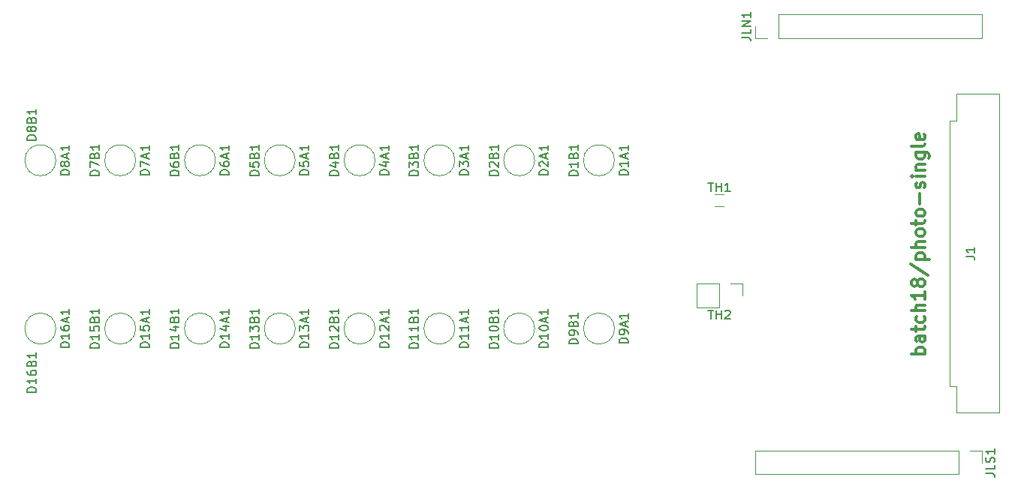
<source format=gto>
G04 #@! TF.GenerationSoftware,KiCad,Pcbnew,(6.0.5-0)*
G04 #@! TF.CreationDate,2022-08-24T15:35:38+09:00*
G04 #@! TF.ProjectId,photo-single,70686f74-6f2d-4736-996e-676c652e6b69,rev?*
G04 #@! TF.SameCoordinates,Original*
G04 #@! TF.FileFunction,Legend,Top*
G04 #@! TF.FilePolarity,Positive*
%FSLAX46Y46*%
G04 Gerber Fmt 4.6, Leading zero omitted, Abs format (unit mm)*
G04 Created by KiCad (PCBNEW (6.0.5-0)) date 2022-08-24 15:35:38*
%MOMM*%
%LPD*%
G01*
G04 APERTURE LIST*
%ADD10C,0.100000*%
%ADD11C,0.300000*%
%ADD12C,0.150000*%
%ADD13C,0.120000*%
G04 APERTURE END LIST*
D10*
X163671211Y-90502066D02*
G75*
G03*
X163671211Y-90502066I-1750000J0D01*
G01*
X118671211Y-90502066D02*
G75*
G03*
X118671211Y-90502066I-1750000J0D01*
G01*
X136671211Y-90502066D02*
G75*
G03*
X136671211Y-90502066I-1750000J0D01*
G01*
X145671211Y-90502066D02*
G75*
G03*
X145671211Y-90502066I-1750000J0D01*
G01*
X154671211Y-90502066D02*
G75*
G03*
X154671211Y-90502066I-1750000J0D01*
G01*
X127671211Y-90502066D02*
G75*
G03*
X127671211Y-90502066I-1750000J0D01*
G01*
X100671211Y-90502066D02*
G75*
G03*
X100671211Y-90502066I-1750000J0D01*
G01*
X109671211Y-90502066D02*
G75*
G03*
X109671211Y-90502066I-1750000J0D01*
G01*
X109671211Y-109501633D02*
G75*
G03*
X109671211Y-109501633I-1750000J0D01*
G01*
X136671211Y-109501633D02*
G75*
G03*
X136671211Y-109501633I-1750000J0D01*
G01*
X118671211Y-109501633D02*
G75*
G03*
X118671211Y-109501633I-1750000J0D01*
G01*
X145671211Y-109501633D02*
G75*
G03*
X145671211Y-109501633I-1750000J0D01*
G01*
X127671211Y-109501633D02*
G75*
G03*
X127671211Y-109501633I-1750000J0D01*
G01*
X163671211Y-109501633D02*
G75*
G03*
X163671211Y-109501633I-1750000J0D01*
G01*
X154671211Y-109501633D02*
G75*
G03*
X154671211Y-109501633I-1750000J0D01*
G01*
X100671211Y-109501633D02*
G75*
G03*
X100671211Y-109501633I-1750000J0D01*
G01*
D11*
X198678571Y-112332857D02*
X197178571Y-112332857D01*
X197750000Y-112332857D02*
X197678571Y-112190000D01*
X197678571Y-111904285D01*
X197750000Y-111761428D01*
X197821428Y-111690000D01*
X197964285Y-111618571D01*
X198392857Y-111618571D01*
X198535714Y-111690000D01*
X198607142Y-111761428D01*
X198678571Y-111904285D01*
X198678571Y-112190000D01*
X198607142Y-112332857D01*
X198678571Y-110332857D02*
X197892857Y-110332857D01*
X197750000Y-110404285D01*
X197678571Y-110547142D01*
X197678571Y-110832857D01*
X197750000Y-110975714D01*
X198607142Y-110332857D02*
X198678571Y-110475714D01*
X198678571Y-110832857D01*
X198607142Y-110975714D01*
X198464285Y-111047142D01*
X198321428Y-111047142D01*
X198178571Y-110975714D01*
X198107142Y-110832857D01*
X198107142Y-110475714D01*
X198035714Y-110332857D01*
X197678571Y-109832857D02*
X197678571Y-109261428D01*
X197178571Y-109618571D02*
X198464285Y-109618571D01*
X198607142Y-109547142D01*
X198678571Y-109404285D01*
X198678571Y-109261428D01*
X198607142Y-108118571D02*
X198678571Y-108261428D01*
X198678571Y-108547142D01*
X198607142Y-108690000D01*
X198535714Y-108761428D01*
X198392857Y-108832857D01*
X197964285Y-108832857D01*
X197821428Y-108761428D01*
X197750000Y-108690000D01*
X197678571Y-108547142D01*
X197678571Y-108261428D01*
X197750000Y-108118571D01*
X198678571Y-107475714D02*
X197178571Y-107475714D01*
X198678571Y-106832857D02*
X197892857Y-106832857D01*
X197750000Y-106904285D01*
X197678571Y-107047142D01*
X197678571Y-107261428D01*
X197750000Y-107404285D01*
X197821428Y-107475714D01*
X198678571Y-105332857D02*
X198678571Y-106190000D01*
X198678571Y-105761428D02*
X197178571Y-105761428D01*
X197392857Y-105904285D01*
X197535714Y-106047142D01*
X197607142Y-106190000D01*
X197821428Y-104475714D02*
X197750000Y-104618571D01*
X197678571Y-104690000D01*
X197535714Y-104761428D01*
X197464285Y-104761428D01*
X197321428Y-104690000D01*
X197250000Y-104618571D01*
X197178571Y-104475714D01*
X197178571Y-104190000D01*
X197250000Y-104047142D01*
X197321428Y-103975714D01*
X197464285Y-103904285D01*
X197535714Y-103904285D01*
X197678571Y-103975714D01*
X197750000Y-104047142D01*
X197821428Y-104190000D01*
X197821428Y-104475714D01*
X197892857Y-104618571D01*
X197964285Y-104690000D01*
X198107142Y-104761428D01*
X198392857Y-104761428D01*
X198535714Y-104690000D01*
X198607142Y-104618571D01*
X198678571Y-104475714D01*
X198678571Y-104190000D01*
X198607142Y-104047142D01*
X198535714Y-103975714D01*
X198392857Y-103904285D01*
X198107142Y-103904285D01*
X197964285Y-103975714D01*
X197892857Y-104047142D01*
X197821428Y-104190000D01*
X197107142Y-102190000D02*
X199035714Y-103475714D01*
X197678571Y-101690000D02*
X199178571Y-101690000D01*
X197750000Y-101690000D02*
X197678571Y-101547142D01*
X197678571Y-101261428D01*
X197750000Y-101118571D01*
X197821428Y-101047142D01*
X197964285Y-100975714D01*
X198392857Y-100975714D01*
X198535714Y-101047142D01*
X198607142Y-101118571D01*
X198678571Y-101261428D01*
X198678571Y-101547142D01*
X198607142Y-101690000D01*
X198678571Y-100332857D02*
X197178571Y-100332857D01*
X198678571Y-99690000D02*
X197892857Y-99690000D01*
X197750000Y-99761428D01*
X197678571Y-99904285D01*
X197678571Y-100118571D01*
X197750000Y-100261428D01*
X197821428Y-100332857D01*
X198678571Y-98761428D02*
X198607142Y-98904285D01*
X198535714Y-98975714D01*
X198392857Y-99047142D01*
X197964285Y-99047142D01*
X197821428Y-98975714D01*
X197750000Y-98904285D01*
X197678571Y-98761428D01*
X197678571Y-98547142D01*
X197750000Y-98404285D01*
X197821428Y-98332857D01*
X197964285Y-98261428D01*
X198392857Y-98261428D01*
X198535714Y-98332857D01*
X198607142Y-98404285D01*
X198678571Y-98547142D01*
X198678571Y-98761428D01*
X197678571Y-97832857D02*
X197678571Y-97261428D01*
X197178571Y-97618571D02*
X198464285Y-97618571D01*
X198607142Y-97547142D01*
X198678571Y-97404285D01*
X198678571Y-97261428D01*
X198678571Y-96547142D02*
X198607142Y-96690000D01*
X198535714Y-96761428D01*
X198392857Y-96832857D01*
X197964285Y-96832857D01*
X197821428Y-96761428D01*
X197750000Y-96690000D01*
X197678571Y-96547142D01*
X197678571Y-96332857D01*
X197750000Y-96190000D01*
X197821428Y-96118571D01*
X197964285Y-96047142D01*
X198392857Y-96047142D01*
X198535714Y-96118571D01*
X198607142Y-96190000D01*
X198678571Y-96332857D01*
X198678571Y-96547142D01*
X198107142Y-95404285D02*
X198107142Y-94261428D01*
X198607142Y-93618571D02*
X198678571Y-93475714D01*
X198678571Y-93190000D01*
X198607142Y-93047142D01*
X198464285Y-92975714D01*
X198392857Y-92975714D01*
X198250000Y-93047142D01*
X198178571Y-93190000D01*
X198178571Y-93404285D01*
X198107142Y-93547142D01*
X197964285Y-93618571D01*
X197892857Y-93618571D01*
X197750000Y-93547142D01*
X197678571Y-93404285D01*
X197678571Y-93190000D01*
X197750000Y-93047142D01*
X198678571Y-92332857D02*
X197678571Y-92332857D01*
X197178571Y-92332857D02*
X197250000Y-92404285D01*
X197321428Y-92332857D01*
X197250000Y-92261428D01*
X197178571Y-92332857D01*
X197321428Y-92332857D01*
X197678571Y-91618571D02*
X198678571Y-91618571D01*
X197821428Y-91618571D02*
X197750000Y-91547142D01*
X197678571Y-91404285D01*
X197678571Y-91190000D01*
X197750000Y-91047142D01*
X197892857Y-90975714D01*
X198678571Y-90975714D01*
X197678571Y-89618571D02*
X198892857Y-89618571D01*
X199035714Y-89690000D01*
X199107142Y-89761428D01*
X199178571Y-89904285D01*
X199178571Y-90118571D01*
X199107142Y-90261428D01*
X198607142Y-89618571D02*
X198678571Y-89761428D01*
X198678571Y-90047142D01*
X198607142Y-90190000D01*
X198535714Y-90261428D01*
X198392857Y-90332857D01*
X197964285Y-90332857D01*
X197821428Y-90261428D01*
X197750000Y-90190000D01*
X197678571Y-90047142D01*
X197678571Y-89761428D01*
X197750000Y-89618571D01*
X198678571Y-88690000D02*
X198607142Y-88832857D01*
X198464285Y-88904285D01*
X197178571Y-88904285D01*
X198607142Y-87547142D02*
X198678571Y-87690000D01*
X198678571Y-87975714D01*
X198607142Y-88118571D01*
X198464285Y-88190000D01*
X197892857Y-88190000D01*
X197750000Y-88118571D01*
X197678571Y-87975714D01*
X197678571Y-87690000D01*
X197750000Y-87547142D01*
X197892857Y-87475714D01*
X198035714Y-87475714D01*
X198178571Y-88190000D01*
D12*
X159553591Y-92216339D02*
X158553591Y-92216339D01*
X158553591Y-91978244D01*
X158601211Y-91835387D01*
X158696449Y-91740149D01*
X158791687Y-91692530D01*
X158982163Y-91644911D01*
X159125020Y-91644911D01*
X159315496Y-91692530D01*
X159410734Y-91740149D01*
X159505972Y-91835387D01*
X159553591Y-91978244D01*
X159553591Y-92216339D01*
X159553591Y-90692530D02*
X159553591Y-91263958D01*
X159553591Y-90978244D02*
X158553591Y-90978244D01*
X158696449Y-91073482D01*
X158791687Y-91168720D01*
X158839306Y-91263958D01*
X159029782Y-89930625D02*
X159077401Y-89787768D01*
X159125020Y-89740149D01*
X159220258Y-89692530D01*
X159363115Y-89692530D01*
X159458353Y-89740149D01*
X159505972Y-89787768D01*
X159553591Y-89883006D01*
X159553591Y-90263958D01*
X158553591Y-90263958D01*
X158553591Y-89930625D01*
X158601211Y-89835387D01*
X158648830Y-89787768D01*
X158744068Y-89740149D01*
X158839306Y-89740149D01*
X158934544Y-89787768D01*
X158982163Y-89835387D01*
X159029782Y-89930625D01*
X159029782Y-90263958D01*
X159553591Y-88740149D02*
X159553591Y-89311577D01*
X159553591Y-89025863D02*
X158553591Y-89025863D01*
X158696449Y-89121101D01*
X158791687Y-89216339D01*
X158839306Y-89311577D01*
X156193591Y-92144923D02*
X155193591Y-92144923D01*
X155193591Y-91906827D01*
X155241211Y-91763970D01*
X155336449Y-91668732D01*
X155431687Y-91621113D01*
X155622163Y-91573494D01*
X155765020Y-91573494D01*
X155955496Y-91621113D01*
X156050734Y-91668732D01*
X156145972Y-91763970D01*
X156193591Y-91906827D01*
X156193591Y-92144923D01*
X155288830Y-91192542D02*
X155241211Y-91144923D01*
X155193591Y-91049685D01*
X155193591Y-90811589D01*
X155241211Y-90716351D01*
X155288830Y-90668732D01*
X155384068Y-90621113D01*
X155479306Y-90621113D01*
X155622163Y-90668732D01*
X156193591Y-91240161D01*
X156193591Y-90621113D01*
X155907877Y-90240161D02*
X155907877Y-89763970D01*
X156193591Y-90335399D02*
X155193591Y-90002066D01*
X156193591Y-89668732D01*
X156193591Y-88811589D02*
X156193591Y-89383018D01*
X156193591Y-89097304D02*
X155193591Y-89097304D01*
X155336449Y-89192542D01*
X155431687Y-89287780D01*
X155479306Y-89383018D01*
X150553591Y-92216351D02*
X149553591Y-92216351D01*
X149553591Y-91978256D01*
X149601211Y-91835399D01*
X149696449Y-91740161D01*
X149791687Y-91692542D01*
X149982163Y-91644923D01*
X150125020Y-91644923D01*
X150315496Y-91692542D01*
X150410734Y-91740161D01*
X150505972Y-91835399D01*
X150553591Y-91978256D01*
X150553591Y-92216351D01*
X149648830Y-91263970D02*
X149601211Y-91216351D01*
X149553591Y-91121113D01*
X149553591Y-90883018D01*
X149601211Y-90787780D01*
X149648830Y-90740161D01*
X149744068Y-90692542D01*
X149839306Y-90692542D01*
X149982163Y-90740161D01*
X150553591Y-91311589D01*
X150553591Y-90692542D01*
X150029782Y-89930637D02*
X150077401Y-89787780D01*
X150125020Y-89740161D01*
X150220258Y-89692542D01*
X150363115Y-89692542D01*
X150458353Y-89740161D01*
X150505972Y-89787780D01*
X150553591Y-89883018D01*
X150553591Y-90263970D01*
X149553591Y-90263970D01*
X149553591Y-89930637D01*
X149601211Y-89835399D01*
X149648830Y-89787780D01*
X149744068Y-89740161D01*
X149839306Y-89740161D01*
X149934544Y-89787780D01*
X149982163Y-89835399D01*
X150029782Y-89930637D01*
X150029782Y-90263970D01*
X150553591Y-88740161D02*
X150553591Y-89311589D01*
X150553591Y-89025875D02*
X149553591Y-89025875D01*
X149696449Y-89121113D01*
X149791687Y-89216351D01*
X149839306Y-89311589D01*
X147193591Y-92144923D02*
X146193591Y-92144923D01*
X146193591Y-91906827D01*
X146241211Y-91763970D01*
X146336449Y-91668732D01*
X146431687Y-91621113D01*
X146622163Y-91573494D01*
X146765020Y-91573494D01*
X146955496Y-91621113D01*
X147050734Y-91668732D01*
X147145972Y-91763970D01*
X147193591Y-91906827D01*
X147193591Y-92144923D01*
X146193591Y-91240161D02*
X146193591Y-90621113D01*
X146574544Y-90954446D01*
X146574544Y-90811589D01*
X146622163Y-90716351D01*
X146669782Y-90668732D01*
X146765020Y-90621113D01*
X147003115Y-90621113D01*
X147098353Y-90668732D01*
X147145972Y-90716351D01*
X147193591Y-90811589D01*
X147193591Y-91097304D01*
X147145972Y-91192542D01*
X147098353Y-91240161D01*
X146907877Y-90240161D02*
X146907877Y-89763970D01*
X147193591Y-90335399D02*
X146193591Y-90002066D01*
X147193591Y-89668732D01*
X147193591Y-88811589D02*
X147193591Y-89383018D01*
X147193591Y-89097304D02*
X146193591Y-89097304D01*
X146336449Y-89192542D01*
X146431687Y-89287780D01*
X146479306Y-89383018D01*
X141553591Y-92216351D02*
X140553591Y-92216351D01*
X140553591Y-91978256D01*
X140601211Y-91835399D01*
X140696449Y-91740161D01*
X140791687Y-91692542D01*
X140982163Y-91644923D01*
X141125020Y-91644923D01*
X141315496Y-91692542D01*
X141410734Y-91740161D01*
X141505972Y-91835399D01*
X141553591Y-91978256D01*
X141553591Y-92216351D01*
X140553591Y-91311589D02*
X140553591Y-90692542D01*
X140934544Y-91025875D01*
X140934544Y-90883018D01*
X140982163Y-90787780D01*
X141029782Y-90740161D01*
X141125020Y-90692542D01*
X141363115Y-90692542D01*
X141458353Y-90740161D01*
X141505972Y-90787780D01*
X141553591Y-90883018D01*
X141553591Y-91168732D01*
X141505972Y-91263970D01*
X141458353Y-91311589D01*
X141029782Y-89930637D02*
X141077401Y-89787780D01*
X141125020Y-89740161D01*
X141220258Y-89692542D01*
X141363115Y-89692542D01*
X141458353Y-89740161D01*
X141505972Y-89787780D01*
X141553591Y-89883018D01*
X141553591Y-90263970D01*
X140553591Y-90263970D01*
X140553591Y-89930637D01*
X140601211Y-89835399D01*
X140648830Y-89787780D01*
X140744068Y-89740161D01*
X140839306Y-89740161D01*
X140934544Y-89787780D01*
X140982163Y-89835399D01*
X141029782Y-89930637D01*
X141029782Y-90263970D01*
X141553591Y-88740161D02*
X141553591Y-89311589D01*
X141553591Y-89025875D02*
X140553591Y-89025875D01*
X140696449Y-89121113D01*
X140791687Y-89216351D01*
X140839306Y-89311589D01*
X138193591Y-92144923D02*
X137193591Y-92144923D01*
X137193591Y-91906827D01*
X137241211Y-91763970D01*
X137336449Y-91668732D01*
X137431687Y-91621113D01*
X137622163Y-91573494D01*
X137765020Y-91573494D01*
X137955496Y-91621113D01*
X138050734Y-91668732D01*
X138145972Y-91763970D01*
X138193591Y-91906827D01*
X138193591Y-92144923D01*
X137526925Y-90716351D02*
X138193591Y-90716351D01*
X137145972Y-90954446D02*
X137860258Y-91192542D01*
X137860258Y-90573494D01*
X137907877Y-90240161D02*
X137907877Y-89763970D01*
X138193591Y-90335399D02*
X137193591Y-90002066D01*
X138193591Y-89668732D01*
X138193591Y-88811589D02*
X138193591Y-89383018D01*
X138193591Y-89097304D02*
X137193591Y-89097304D01*
X137336449Y-89192542D01*
X137431687Y-89287780D01*
X137479306Y-89383018D01*
X132553591Y-92216351D02*
X131553591Y-92216351D01*
X131553591Y-91978256D01*
X131601211Y-91835399D01*
X131696449Y-91740161D01*
X131791687Y-91692542D01*
X131982163Y-91644923D01*
X132125020Y-91644923D01*
X132315496Y-91692542D01*
X132410734Y-91740161D01*
X132505972Y-91835399D01*
X132553591Y-91978256D01*
X132553591Y-92216351D01*
X131886925Y-90787780D02*
X132553591Y-90787780D01*
X131505972Y-91025875D02*
X132220258Y-91263970D01*
X132220258Y-90644923D01*
X132029782Y-89930637D02*
X132077401Y-89787780D01*
X132125020Y-89740161D01*
X132220258Y-89692542D01*
X132363115Y-89692542D01*
X132458353Y-89740161D01*
X132505972Y-89787780D01*
X132553591Y-89883018D01*
X132553591Y-90263970D01*
X131553591Y-90263970D01*
X131553591Y-89930637D01*
X131601211Y-89835399D01*
X131648830Y-89787780D01*
X131744068Y-89740161D01*
X131839306Y-89740161D01*
X131934544Y-89787780D01*
X131982163Y-89835399D01*
X132029782Y-89930637D01*
X132029782Y-90263970D01*
X132553591Y-88740161D02*
X132553591Y-89311589D01*
X132553591Y-89025875D02*
X131553591Y-89025875D01*
X131696449Y-89121113D01*
X131791687Y-89216351D01*
X131839306Y-89311589D01*
X129193591Y-92144923D02*
X128193591Y-92144923D01*
X128193591Y-91906827D01*
X128241211Y-91763970D01*
X128336449Y-91668732D01*
X128431687Y-91621113D01*
X128622163Y-91573494D01*
X128765020Y-91573494D01*
X128955496Y-91621113D01*
X129050734Y-91668732D01*
X129145972Y-91763970D01*
X129193591Y-91906827D01*
X129193591Y-92144923D01*
X128193591Y-90668732D02*
X128193591Y-91144923D01*
X128669782Y-91192542D01*
X128622163Y-91144923D01*
X128574544Y-91049685D01*
X128574544Y-90811589D01*
X128622163Y-90716351D01*
X128669782Y-90668732D01*
X128765020Y-90621113D01*
X129003115Y-90621113D01*
X129098353Y-90668732D01*
X129145972Y-90716351D01*
X129193591Y-90811589D01*
X129193591Y-91049685D01*
X129145972Y-91144923D01*
X129098353Y-91192542D01*
X128907877Y-90240161D02*
X128907877Y-89763970D01*
X129193591Y-90335399D02*
X128193591Y-90002066D01*
X129193591Y-89668732D01*
X129193591Y-88811589D02*
X129193591Y-89383018D01*
X129193591Y-89097304D02*
X128193591Y-89097304D01*
X128336449Y-89192542D01*
X128431687Y-89287780D01*
X128479306Y-89383018D01*
X123553591Y-92216351D02*
X122553591Y-92216351D01*
X122553591Y-91978256D01*
X122601211Y-91835399D01*
X122696449Y-91740161D01*
X122791687Y-91692542D01*
X122982163Y-91644923D01*
X123125020Y-91644923D01*
X123315496Y-91692542D01*
X123410734Y-91740161D01*
X123505972Y-91835399D01*
X123553591Y-91978256D01*
X123553591Y-92216351D01*
X122553591Y-90740161D02*
X122553591Y-91216351D01*
X123029782Y-91263970D01*
X122982163Y-91216351D01*
X122934544Y-91121113D01*
X122934544Y-90883018D01*
X122982163Y-90787780D01*
X123029782Y-90740161D01*
X123125020Y-90692542D01*
X123363115Y-90692542D01*
X123458353Y-90740161D01*
X123505972Y-90787780D01*
X123553591Y-90883018D01*
X123553591Y-91121113D01*
X123505972Y-91216351D01*
X123458353Y-91263970D01*
X123029782Y-89930637D02*
X123077401Y-89787780D01*
X123125020Y-89740161D01*
X123220258Y-89692542D01*
X123363115Y-89692542D01*
X123458353Y-89740161D01*
X123505972Y-89787780D01*
X123553591Y-89883018D01*
X123553591Y-90263970D01*
X122553591Y-90263970D01*
X122553591Y-89930637D01*
X122601211Y-89835399D01*
X122648830Y-89787780D01*
X122744068Y-89740161D01*
X122839306Y-89740161D01*
X122934544Y-89787780D01*
X122982163Y-89835399D01*
X123029782Y-89930637D01*
X123029782Y-90263970D01*
X123553591Y-88740161D02*
X123553591Y-89311589D01*
X123553591Y-89025875D02*
X122553591Y-89025875D01*
X122696449Y-89121113D01*
X122791687Y-89216351D01*
X122839306Y-89311589D01*
X120193591Y-92144923D02*
X119193591Y-92144923D01*
X119193591Y-91906827D01*
X119241211Y-91763970D01*
X119336449Y-91668732D01*
X119431687Y-91621113D01*
X119622163Y-91573494D01*
X119765020Y-91573494D01*
X119955496Y-91621113D01*
X120050734Y-91668732D01*
X120145972Y-91763970D01*
X120193591Y-91906827D01*
X120193591Y-92144923D01*
X119193591Y-90716351D02*
X119193591Y-90906827D01*
X119241211Y-91002066D01*
X119288830Y-91049685D01*
X119431687Y-91144923D01*
X119622163Y-91192542D01*
X120003115Y-91192542D01*
X120098353Y-91144923D01*
X120145972Y-91097304D01*
X120193591Y-91002066D01*
X120193591Y-90811589D01*
X120145972Y-90716351D01*
X120098353Y-90668732D01*
X120003115Y-90621113D01*
X119765020Y-90621113D01*
X119669782Y-90668732D01*
X119622163Y-90716351D01*
X119574544Y-90811589D01*
X119574544Y-91002066D01*
X119622163Y-91097304D01*
X119669782Y-91144923D01*
X119765020Y-91192542D01*
X119907877Y-90240161D02*
X119907877Y-89763970D01*
X120193591Y-90335399D02*
X119193591Y-90002066D01*
X120193591Y-89668732D01*
X120193591Y-88811589D02*
X120193591Y-89383018D01*
X120193591Y-89097304D02*
X119193591Y-89097304D01*
X119336449Y-89192542D01*
X119431687Y-89287780D01*
X119479306Y-89383018D01*
X114553591Y-92216351D02*
X113553591Y-92216351D01*
X113553591Y-91978256D01*
X113601211Y-91835399D01*
X113696449Y-91740161D01*
X113791687Y-91692542D01*
X113982163Y-91644923D01*
X114125020Y-91644923D01*
X114315496Y-91692542D01*
X114410734Y-91740161D01*
X114505972Y-91835399D01*
X114553591Y-91978256D01*
X114553591Y-92216351D01*
X113553591Y-90787780D02*
X113553591Y-90978256D01*
X113601211Y-91073494D01*
X113648830Y-91121113D01*
X113791687Y-91216351D01*
X113982163Y-91263970D01*
X114363115Y-91263970D01*
X114458353Y-91216351D01*
X114505972Y-91168732D01*
X114553591Y-91073494D01*
X114553591Y-90883018D01*
X114505972Y-90787780D01*
X114458353Y-90740161D01*
X114363115Y-90692542D01*
X114125020Y-90692542D01*
X114029782Y-90740161D01*
X113982163Y-90787780D01*
X113934544Y-90883018D01*
X113934544Y-91073494D01*
X113982163Y-91168732D01*
X114029782Y-91216351D01*
X114125020Y-91263970D01*
X114029782Y-89930637D02*
X114077401Y-89787780D01*
X114125020Y-89740161D01*
X114220258Y-89692542D01*
X114363115Y-89692542D01*
X114458353Y-89740161D01*
X114505972Y-89787780D01*
X114553591Y-89883018D01*
X114553591Y-90263970D01*
X113553591Y-90263970D01*
X113553591Y-89930637D01*
X113601211Y-89835399D01*
X113648830Y-89787780D01*
X113744068Y-89740161D01*
X113839306Y-89740161D01*
X113934544Y-89787780D01*
X113982163Y-89835399D01*
X114029782Y-89930637D01*
X114029782Y-90263970D01*
X114553591Y-88740161D02*
X114553591Y-89311589D01*
X114553591Y-89025875D02*
X113553591Y-89025875D01*
X113696449Y-89121113D01*
X113791687Y-89216351D01*
X113839306Y-89311589D01*
X111193591Y-92144923D02*
X110193591Y-92144923D01*
X110193591Y-91906827D01*
X110241211Y-91763970D01*
X110336449Y-91668732D01*
X110431687Y-91621113D01*
X110622163Y-91573494D01*
X110765020Y-91573494D01*
X110955496Y-91621113D01*
X111050734Y-91668732D01*
X111145972Y-91763970D01*
X111193591Y-91906827D01*
X111193591Y-92144923D01*
X110193591Y-91240161D02*
X110193591Y-90573494D01*
X111193591Y-91002066D01*
X110907877Y-90240161D02*
X110907877Y-89763970D01*
X111193591Y-90335399D02*
X110193591Y-90002066D01*
X111193591Y-89668732D01*
X111193591Y-88811589D02*
X111193591Y-89383018D01*
X111193591Y-89097304D02*
X110193591Y-89097304D01*
X110336449Y-89192542D01*
X110431687Y-89287780D01*
X110479306Y-89383018D01*
X105553591Y-92216351D02*
X104553591Y-92216351D01*
X104553591Y-91978256D01*
X104601211Y-91835399D01*
X104696449Y-91740161D01*
X104791687Y-91692542D01*
X104982163Y-91644923D01*
X105125020Y-91644923D01*
X105315496Y-91692542D01*
X105410734Y-91740161D01*
X105505972Y-91835399D01*
X105553591Y-91978256D01*
X105553591Y-92216351D01*
X104553591Y-91311589D02*
X104553591Y-90644923D01*
X105553591Y-91073494D01*
X105029782Y-89930637D02*
X105077401Y-89787780D01*
X105125020Y-89740161D01*
X105220258Y-89692542D01*
X105363115Y-89692542D01*
X105458353Y-89740161D01*
X105505972Y-89787780D01*
X105553591Y-89883018D01*
X105553591Y-90263970D01*
X104553591Y-90263970D01*
X104553591Y-89930637D01*
X104601211Y-89835399D01*
X104648830Y-89787780D01*
X104744068Y-89740161D01*
X104839306Y-89740161D01*
X104934544Y-89787780D01*
X104982163Y-89835399D01*
X105029782Y-89930637D01*
X105029782Y-90263970D01*
X105553591Y-88740161D02*
X105553591Y-89311589D01*
X105553591Y-89025875D02*
X104553591Y-89025875D01*
X104696449Y-89121113D01*
X104791687Y-89216351D01*
X104839306Y-89311589D01*
X102193591Y-92144923D02*
X101193591Y-92144923D01*
X101193591Y-91906827D01*
X101241211Y-91763970D01*
X101336449Y-91668732D01*
X101431687Y-91621113D01*
X101622163Y-91573494D01*
X101765020Y-91573494D01*
X101955496Y-91621113D01*
X102050734Y-91668732D01*
X102145972Y-91763970D01*
X102193591Y-91906827D01*
X102193591Y-92144923D01*
X101622163Y-91002066D02*
X101574544Y-91097304D01*
X101526925Y-91144923D01*
X101431687Y-91192542D01*
X101384068Y-91192542D01*
X101288830Y-91144923D01*
X101241211Y-91097304D01*
X101193591Y-91002066D01*
X101193591Y-90811589D01*
X101241211Y-90716351D01*
X101288830Y-90668732D01*
X101384068Y-90621113D01*
X101431687Y-90621113D01*
X101526925Y-90668732D01*
X101574544Y-90716351D01*
X101622163Y-90811589D01*
X101622163Y-91002066D01*
X101669782Y-91097304D01*
X101717401Y-91144923D01*
X101812639Y-91192542D01*
X102003115Y-91192542D01*
X102098353Y-91144923D01*
X102145972Y-91097304D01*
X102193591Y-91002066D01*
X102193591Y-90811589D01*
X102145972Y-90716351D01*
X102098353Y-90668732D01*
X102003115Y-90621113D01*
X101812639Y-90621113D01*
X101717401Y-90668732D01*
X101669782Y-90716351D01*
X101622163Y-90811589D01*
X101907877Y-90240161D02*
X101907877Y-89763970D01*
X102193591Y-90335399D02*
X101193591Y-90002066D01*
X102193591Y-89668732D01*
X102193591Y-88811589D02*
X102193591Y-89383018D01*
X102193591Y-89097304D02*
X101193591Y-89097304D01*
X101336449Y-89192542D01*
X101431687Y-89287780D01*
X101479306Y-89383018D01*
X98432380Y-88214285D02*
X97432380Y-88214285D01*
X97432380Y-87976190D01*
X97480000Y-87833333D01*
X97575238Y-87738095D01*
X97670476Y-87690476D01*
X97860952Y-87642857D01*
X98003809Y-87642857D01*
X98194285Y-87690476D01*
X98289523Y-87738095D01*
X98384761Y-87833333D01*
X98432380Y-87976190D01*
X98432380Y-88214285D01*
X97860952Y-87071428D02*
X97813333Y-87166666D01*
X97765714Y-87214285D01*
X97670476Y-87261904D01*
X97622857Y-87261904D01*
X97527619Y-87214285D01*
X97480000Y-87166666D01*
X97432380Y-87071428D01*
X97432380Y-86880952D01*
X97480000Y-86785714D01*
X97527619Y-86738095D01*
X97622857Y-86690476D01*
X97670476Y-86690476D01*
X97765714Y-86738095D01*
X97813333Y-86785714D01*
X97860952Y-86880952D01*
X97860952Y-87071428D01*
X97908571Y-87166666D01*
X97956190Y-87214285D01*
X98051428Y-87261904D01*
X98241904Y-87261904D01*
X98337142Y-87214285D01*
X98384761Y-87166666D01*
X98432380Y-87071428D01*
X98432380Y-86880952D01*
X98384761Y-86785714D01*
X98337142Y-86738095D01*
X98241904Y-86690476D01*
X98051428Y-86690476D01*
X97956190Y-86738095D01*
X97908571Y-86785714D01*
X97860952Y-86880952D01*
X97908571Y-85928571D02*
X97956190Y-85785714D01*
X98003809Y-85738095D01*
X98099047Y-85690476D01*
X98241904Y-85690476D01*
X98337142Y-85738095D01*
X98384761Y-85785714D01*
X98432380Y-85880952D01*
X98432380Y-86261904D01*
X97432380Y-86261904D01*
X97432380Y-85928571D01*
X97480000Y-85833333D01*
X97527619Y-85785714D01*
X97622857Y-85738095D01*
X97718095Y-85738095D01*
X97813333Y-85785714D01*
X97860952Y-85833333D01*
X97908571Y-85928571D01*
X97908571Y-86261904D01*
X98432380Y-84738095D02*
X98432380Y-85309523D01*
X98432380Y-85023809D02*
X97432380Y-85023809D01*
X97575238Y-85119047D01*
X97670476Y-85214285D01*
X97718095Y-85309523D01*
X114553591Y-111692109D02*
X113553591Y-111692109D01*
X113553591Y-111454013D01*
X113601211Y-111311156D01*
X113696449Y-111215918D01*
X113791687Y-111168299D01*
X113982163Y-111120680D01*
X114125020Y-111120680D01*
X114315496Y-111168299D01*
X114410734Y-111215918D01*
X114505972Y-111311156D01*
X114553591Y-111454013D01*
X114553591Y-111692109D01*
X114553591Y-110168299D02*
X114553591Y-110739728D01*
X114553591Y-110454013D02*
X113553591Y-110454013D01*
X113696449Y-110549252D01*
X113791687Y-110644490D01*
X113839306Y-110739728D01*
X113886925Y-109311156D02*
X114553591Y-109311156D01*
X113505972Y-109549252D02*
X114220258Y-109787347D01*
X114220258Y-109168299D01*
X114029782Y-108454013D02*
X114077401Y-108311156D01*
X114125020Y-108263537D01*
X114220258Y-108215918D01*
X114363115Y-108215918D01*
X114458353Y-108263537D01*
X114505972Y-108311156D01*
X114553591Y-108406394D01*
X114553591Y-108787347D01*
X113553591Y-108787347D01*
X113553591Y-108454013D01*
X113601211Y-108358775D01*
X113648830Y-108311156D01*
X113744068Y-108263537D01*
X113839306Y-108263537D01*
X113934544Y-108311156D01*
X113982163Y-108358775D01*
X114029782Y-108454013D01*
X114029782Y-108787347D01*
X114553591Y-107263537D02*
X114553591Y-107834966D01*
X114553591Y-107549252D02*
X113553591Y-107549252D01*
X113696449Y-107644490D01*
X113791687Y-107739728D01*
X113839306Y-107834966D01*
X123553591Y-111692109D02*
X122553591Y-111692109D01*
X122553591Y-111454013D01*
X122601211Y-111311156D01*
X122696449Y-111215918D01*
X122791687Y-111168299D01*
X122982163Y-111120680D01*
X123125020Y-111120680D01*
X123315496Y-111168299D01*
X123410734Y-111215918D01*
X123505972Y-111311156D01*
X123553591Y-111454013D01*
X123553591Y-111692109D01*
X123553591Y-110168299D02*
X123553591Y-110739728D01*
X123553591Y-110454013D02*
X122553591Y-110454013D01*
X122696449Y-110549252D01*
X122791687Y-110644490D01*
X122839306Y-110739728D01*
X122553591Y-109834966D02*
X122553591Y-109215918D01*
X122934544Y-109549252D01*
X122934544Y-109406394D01*
X122982163Y-109311156D01*
X123029782Y-109263537D01*
X123125020Y-109215918D01*
X123363115Y-109215918D01*
X123458353Y-109263537D01*
X123505972Y-109311156D01*
X123553591Y-109406394D01*
X123553591Y-109692109D01*
X123505972Y-109787347D01*
X123458353Y-109834966D01*
X123029782Y-108454013D02*
X123077401Y-108311156D01*
X123125020Y-108263537D01*
X123220258Y-108215918D01*
X123363115Y-108215918D01*
X123458353Y-108263537D01*
X123505972Y-108311156D01*
X123553591Y-108406394D01*
X123553591Y-108787347D01*
X122553591Y-108787347D01*
X122553591Y-108454013D01*
X122601211Y-108358775D01*
X122648830Y-108311156D01*
X122744068Y-108263537D01*
X122839306Y-108263537D01*
X122934544Y-108311156D01*
X122982163Y-108358775D01*
X123029782Y-108454013D01*
X123029782Y-108787347D01*
X123553591Y-107263537D02*
X123553591Y-107834966D01*
X123553591Y-107549252D02*
X122553591Y-107549252D01*
X122696449Y-107644490D01*
X122791687Y-107739728D01*
X122839306Y-107834966D01*
X120193591Y-111620680D02*
X119193591Y-111620680D01*
X119193591Y-111382585D01*
X119241211Y-111239728D01*
X119336449Y-111144490D01*
X119431687Y-111096871D01*
X119622163Y-111049252D01*
X119765020Y-111049252D01*
X119955496Y-111096871D01*
X120050734Y-111144490D01*
X120145972Y-111239728D01*
X120193591Y-111382585D01*
X120193591Y-111620680D01*
X120193591Y-110096871D02*
X120193591Y-110668299D01*
X120193591Y-110382585D02*
X119193591Y-110382585D01*
X119336449Y-110477823D01*
X119431687Y-110573061D01*
X119479306Y-110668299D01*
X119526925Y-109239728D02*
X120193591Y-109239728D01*
X119145972Y-109477823D02*
X119860258Y-109715918D01*
X119860258Y-109096871D01*
X119907877Y-108763537D02*
X119907877Y-108287347D01*
X120193591Y-108858775D02*
X119193591Y-108525442D01*
X120193591Y-108192109D01*
X120193591Y-107334966D02*
X120193591Y-107906394D01*
X120193591Y-107620680D02*
X119193591Y-107620680D01*
X119336449Y-107715918D01*
X119431687Y-107811156D01*
X119479306Y-107906394D01*
X111193591Y-111620680D02*
X110193591Y-111620680D01*
X110193591Y-111382585D01*
X110241211Y-111239728D01*
X110336449Y-111144490D01*
X110431687Y-111096871D01*
X110622163Y-111049252D01*
X110765020Y-111049252D01*
X110955496Y-111096871D01*
X111050734Y-111144490D01*
X111145972Y-111239728D01*
X111193591Y-111382585D01*
X111193591Y-111620680D01*
X111193591Y-110096871D02*
X111193591Y-110668299D01*
X111193591Y-110382585D02*
X110193591Y-110382585D01*
X110336449Y-110477823D01*
X110431687Y-110573061D01*
X110479306Y-110668299D01*
X110193591Y-109192109D02*
X110193591Y-109668299D01*
X110669782Y-109715918D01*
X110622163Y-109668299D01*
X110574544Y-109573061D01*
X110574544Y-109334966D01*
X110622163Y-109239728D01*
X110669782Y-109192109D01*
X110765020Y-109144490D01*
X111003115Y-109144490D01*
X111098353Y-109192109D01*
X111145972Y-109239728D01*
X111193591Y-109334966D01*
X111193591Y-109573061D01*
X111145972Y-109668299D01*
X111098353Y-109715918D01*
X110907877Y-108763537D02*
X110907877Y-108287347D01*
X111193591Y-108858775D02*
X110193591Y-108525442D01*
X111193591Y-108192109D01*
X111193591Y-107334966D02*
X111193591Y-107906394D01*
X111193591Y-107620680D02*
X110193591Y-107620680D01*
X110336449Y-107715918D01*
X110431687Y-107811156D01*
X110479306Y-107906394D01*
X98442380Y-116670476D02*
X97442380Y-116670476D01*
X97442380Y-116432380D01*
X97490000Y-116289523D01*
X97585238Y-116194285D01*
X97680476Y-116146666D01*
X97870952Y-116099047D01*
X98013809Y-116099047D01*
X98204285Y-116146666D01*
X98299523Y-116194285D01*
X98394761Y-116289523D01*
X98442380Y-116432380D01*
X98442380Y-116670476D01*
X98442380Y-115146666D02*
X98442380Y-115718095D01*
X98442380Y-115432380D02*
X97442380Y-115432380D01*
X97585238Y-115527619D01*
X97680476Y-115622857D01*
X97728095Y-115718095D01*
X97442380Y-114289523D02*
X97442380Y-114480000D01*
X97490000Y-114575238D01*
X97537619Y-114622857D01*
X97680476Y-114718095D01*
X97870952Y-114765714D01*
X98251904Y-114765714D01*
X98347142Y-114718095D01*
X98394761Y-114670476D01*
X98442380Y-114575238D01*
X98442380Y-114384761D01*
X98394761Y-114289523D01*
X98347142Y-114241904D01*
X98251904Y-114194285D01*
X98013809Y-114194285D01*
X97918571Y-114241904D01*
X97870952Y-114289523D01*
X97823333Y-114384761D01*
X97823333Y-114575238D01*
X97870952Y-114670476D01*
X97918571Y-114718095D01*
X98013809Y-114765714D01*
X97918571Y-113432380D02*
X97966190Y-113289523D01*
X98013809Y-113241904D01*
X98109047Y-113194285D01*
X98251904Y-113194285D01*
X98347142Y-113241904D01*
X98394761Y-113289523D01*
X98442380Y-113384761D01*
X98442380Y-113765714D01*
X97442380Y-113765714D01*
X97442380Y-113432380D01*
X97490000Y-113337142D01*
X97537619Y-113289523D01*
X97632857Y-113241904D01*
X97728095Y-113241904D01*
X97823333Y-113289523D01*
X97870952Y-113337142D01*
X97918571Y-113432380D01*
X97918571Y-113765714D01*
X98442380Y-112241904D02*
X98442380Y-112813333D01*
X98442380Y-112527619D02*
X97442380Y-112527619D01*
X97585238Y-112622857D01*
X97680476Y-112718095D01*
X97728095Y-112813333D01*
X102193591Y-111620680D02*
X101193591Y-111620680D01*
X101193591Y-111382585D01*
X101241211Y-111239728D01*
X101336449Y-111144490D01*
X101431687Y-111096871D01*
X101622163Y-111049252D01*
X101765020Y-111049252D01*
X101955496Y-111096871D01*
X102050734Y-111144490D01*
X102145972Y-111239728D01*
X102193591Y-111382585D01*
X102193591Y-111620680D01*
X102193591Y-110096871D02*
X102193591Y-110668299D01*
X102193591Y-110382585D02*
X101193591Y-110382585D01*
X101336449Y-110477823D01*
X101431687Y-110573061D01*
X101479306Y-110668299D01*
X101193591Y-109239728D02*
X101193591Y-109430204D01*
X101241211Y-109525442D01*
X101288830Y-109573061D01*
X101431687Y-109668299D01*
X101622163Y-109715918D01*
X102003115Y-109715918D01*
X102098353Y-109668299D01*
X102145972Y-109620680D01*
X102193591Y-109525442D01*
X102193591Y-109334966D01*
X102145972Y-109239728D01*
X102098353Y-109192109D01*
X102003115Y-109144490D01*
X101765020Y-109144490D01*
X101669782Y-109192109D01*
X101622163Y-109239728D01*
X101574544Y-109334966D01*
X101574544Y-109525442D01*
X101622163Y-109620680D01*
X101669782Y-109668299D01*
X101765020Y-109715918D01*
X101907877Y-108763537D02*
X101907877Y-108287347D01*
X102193591Y-108858775D02*
X101193591Y-108525442D01*
X102193591Y-108192109D01*
X102193591Y-107334966D02*
X102193591Y-107906394D01*
X102193591Y-107620680D02*
X101193591Y-107620680D01*
X101336449Y-107715918D01*
X101431687Y-107811156D01*
X101479306Y-107906394D01*
X105553591Y-111692109D02*
X104553591Y-111692109D01*
X104553591Y-111454013D01*
X104601211Y-111311156D01*
X104696449Y-111215918D01*
X104791687Y-111168299D01*
X104982163Y-111120680D01*
X105125020Y-111120680D01*
X105315496Y-111168299D01*
X105410734Y-111215918D01*
X105505972Y-111311156D01*
X105553591Y-111454013D01*
X105553591Y-111692109D01*
X105553591Y-110168299D02*
X105553591Y-110739728D01*
X105553591Y-110454013D02*
X104553591Y-110454013D01*
X104696449Y-110549252D01*
X104791687Y-110644490D01*
X104839306Y-110739728D01*
X104553591Y-109263537D02*
X104553591Y-109739728D01*
X105029782Y-109787347D01*
X104982163Y-109739728D01*
X104934544Y-109644490D01*
X104934544Y-109406394D01*
X104982163Y-109311156D01*
X105029782Y-109263537D01*
X105125020Y-109215918D01*
X105363115Y-109215918D01*
X105458353Y-109263537D01*
X105505972Y-109311156D01*
X105553591Y-109406394D01*
X105553591Y-109644490D01*
X105505972Y-109739728D01*
X105458353Y-109787347D01*
X105029782Y-108454013D02*
X105077401Y-108311156D01*
X105125020Y-108263537D01*
X105220258Y-108215918D01*
X105363115Y-108215918D01*
X105458353Y-108263537D01*
X105505972Y-108311156D01*
X105553591Y-108406394D01*
X105553591Y-108787347D01*
X104553591Y-108787347D01*
X104553591Y-108454013D01*
X104601211Y-108358775D01*
X104648830Y-108311156D01*
X104744068Y-108263537D01*
X104839306Y-108263537D01*
X104934544Y-108311156D01*
X104982163Y-108358775D01*
X105029782Y-108454013D01*
X105029782Y-108787347D01*
X105553591Y-107263537D02*
X105553591Y-107834966D01*
X105553591Y-107549252D02*
X104553591Y-107549252D01*
X104696449Y-107644490D01*
X104791687Y-107739728D01*
X104839306Y-107834966D01*
X159553591Y-111215918D02*
X158553591Y-111215918D01*
X158553591Y-110977823D01*
X158601211Y-110834966D01*
X158696449Y-110739728D01*
X158791687Y-110692109D01*
X158982163Y-110644490D01*
X159125020Y-110644490D01*
X159315496Y-110692109D01*
X159410734Y-110739728D01*
X159505972Y-110834966D01*
X159553591Y-110977823D01*
X159553591Y-111215918D01*
X159553591Y-110168299D02*
X159553591Y-109977823D01*
X159505972Y-109882585D01*
X159458353Y-109834966D01*
X159315496Y-109739728D01*
X159125020Y-109692109D01*
X158744068Y-109692109D01*
X158648830Y-109739728D01*
X158601211Y-109787347D01*
X158553591Y-109882585D01*
X158553591Y-110073061D01*
X158601211Y-110168299D01*
X158648830Y-110215918D01*
X158744068Y-110263537D01*
X158982163Y-110263537D01*
X159077401Y-110215918D01*
X159125020Y-110168299D01*
X159172639Y-110073061D01*
X159172639Y-109882585D01*
X159125020Y-109787347D01*
X159077401Y-109739728D01*
X158982163Y-109692109D01*
X159029782Y-108930204D02*
X159077401Y-108787347D01*
X159125020Y-108739728D01*
X159220258Y-108692109D01*
X159363115Y-108692109D01*
X159458353Y-108739728D01*
X159505972Y-108787347D01*
X159553591Y-108882585D01*
X159553591Y-109263537D01*
X158553591Y-109263537D01*
X158553591Y-108930204D01*
X158601211Y-108834966D01*
X158648830Y-108787347D01*
X158744068Y-108739728D01*
X158839306Y-108739728D01*
X158934544Y-108787347D01*
X158982163Y-108834966D01*
X159029782Y-108930204D01*
X159029782Y-109263537D01*
X159553591Y-107739728D02*
X159553591Y-108311156D01*
X159553591Y-108025442D02*
X158553591Y-108025442D01*
X158696449Y-108120680D01*
X158791687Y-108215918D01*
X158839306Y-108311156D01*
X129193591Y-111620680D02*
X128193591Y-111620680D01*
X128193591Y-111382585D01*
X128241211Y-111239728D01*
X128336449Y-111144490D01*
X128431687Y-111096871D01*
X128622163Y-111049252D01*
X128765020Y-111049252D01*
X128955496Y-111096871D01*
X129050734Y-111144490D01*
X129145972Y-111239728D01*
X129193591Y-111382585D01*
X129193591Y-111620680D01*
X129193591Y-110096871D02*
X129193591Y-110668299D01*
X129193591Y-110382585D02*
X128193591Y-110382585D01*
X128336449Y-110477823D01*
X128431687Y-110573061D01*
X128479306Y-110668299D01*
X128193591Y-109763537D02*
X128193591Y-109144490D01*
X128574544Y-109477823D01*
X128574544Y-109334966D01*
X128622163Y-109239728D01*
X128669782Y-109192109D01*
X128765020Y-109144490D01*
X129003115Y-109144490D01*
X129098353Y-109192109D01*
X129145972Y-109239728D01*
X129193591Y-109334966D01*
X129193591Y-109620680D01*
X129145972Y-109715918D01*
X129098353Y-109763537D01*
X128907877Y-108763537D02*
X128907877Y-108287347D01*
X129193591Y-108858775D02*
X128193591Y-108525442D01*
X129193591Y-108192109D01*
X129193591Y-107334966D02*
X129193591Y-107906394D01*
X129193591Y-107620680D02*
X128193591Y-107620680D01*
X128336449Y-107715918D01*
X128431687Y-107811156D01*
X128479306Y-107906394D01*
X132553591Y-111692109D02*
X131553591Y-111692109D01*
X131553591Y-111454013D01*
X131601211Y-111311156D01*
X131696449Y-111215918D01*
X131791687Y-111168299D01*
X131982163Y-111120680D01*
X132125020Y-111120680D01*
X132315496Y-111168299D01*
X132410734Y-111215918D01*
X132505972Y-111311156D01*
X132553591Y-111454013D01*
X132553591Y-111692109D01*
X132553591Y-110168299D02*
X132553591Y-110739728D01*
X132553591Y-110454013D02*
X131553591Y-110454013D01*
X131696449Y-110549252D01*
X131791687Y-110644490D01*
X131839306Y-110739728D01*
X131648830Y-109787347D02*
X131601211Y-109739728D01*
X131553591Y-109644490D01*
X131553591Y-109406394D01*
X131601211Y-109311156D01*
X131648830Y-109263537D01*
X131744068Y-109215918D01*
X131839306Y-109215918D01*
X131982163Y-109263537D01*
X132553591Y-109834966D01*
X132553591Y-109215918D01*
X132029782Y-108454013D02*
X132077401Y-108311156D01*
X132125020Y-108263537D01*
X132220258Y-108215918D01*
X132363115Y-108215918D01*
X132458353Y-108263537D01*
X132505972Y-108311156D01*
X132553591Y-108406394D01*
X132553591Y-108787347D01*
X131553591Y-108787347D01*
X131553591Y-108454013D01*
X131601211Y-108358775D01*
X131648830Y-108311156D01*
X131744068Y-108263537D01*
X131839306Y-108263537D01*
X131934544Y-108311156D01*
X131982163Y-108358775D01*
X132029782Y-108454013D01*
X132029782Y-108787347D01*
X132553591Y-107263537D02*
X132553591Y-107834966D01*
X132553591Y-107549252D02*
X131553591Y-107549252D01*
X131696449Y-107644490D01*
X131791687Y-107739728D01*
X131839306Y-107834966D01*
X138193591Y-111620680D02*
X137193591Y-111620680D01*
X137193591Y-111382585D01*
X137241211Y-111239728D01*
X137336449Y-111144490D01*
X137431687Y-111096871D01*
X137622163Y-111049252D01*
X137765020Y-111049252D01*
X137955496Y-111096871D01*
X138050734Y-111144490D01*
X138145972Y-111239728D01*
X138193591Y-111382585D01*
X138193591Y-111620680D01*
X138193591Y-110096871D02*
X138193591Y-110668299D01*
X138193591Y-110382585D02*
X137193591Y-110382585D01*
X137336449Y-110477823D01*
X137431687Y-110573061D01*
X137479306Y-110668299D01*
X137288830Y-109715918D02*
X137241211Y-109668299D01*
X137193591Y-109573061D01*
X137193591Y-109334966D01*
X137241211Y-109239728D01*
X137288830Y-109192109D01*
X137384068Y-109144490D01*
X137479306Y-109144490D01*
X137622163Y-109192109D01*
X138193591Y-109763537D01*
X138193591Y-109144490D01*
X137907877Y-108763537D02*
X137907877Y-108287347D01*
X138193591Y-108858775D02*
X137193591Y-108525442D01*
X138193591Y-108192109D01*
X138193591Y-107334966D02*
X138193591Y-107906394D01*
X138193591Y-107620680D02*
X137193591Y-107620680D01*
X137336449Y-107715918D01*
X137431687Y-107811156D01*
X137479306Y-107906394D01*
X141553591Y-111692109D02*
X140553591Y-111692109D01*
X140553591Y-111454013D01*
X140601211Y-111311156D01*
X140696449Y-111215918D01*
X140791687Y-111168299D01*
X140982163Y-111120680D01*
X141125020Y-111120680D01*
X141315496Y-111168299D01*
X141410734Y-111215918D01*
X141505972Y-111311156D01*
X141553591Y-111454013D01*
X141553591Y-111692109D01*
X141553591Y-110168299D02*
X141553591Y-110739728D01*
X141553591Y-110454013D02*
X140553591Y-110454013D01*
X140696449Y-110549252D01*
X140791687Y-110644490D01*
X140839306Y-110739728D01*
X141553591Y-109215918D02*
X141553591Y-109787347D01*
X141553591Y-109501633D02*
X140553591Y-109501633D01*
X140696449Y-109596871D01*
X140791687Y-109692109D01*
X140839306Y-109787347D01*
X141029782Y-108454013D02*
X141077401Y-108311156D01*
X141125020Y-108263537D01*
X141220258Y-108215918D01*
X141363115Y-108215918D01*
X141458353Y-108263537D01*
X141505972Y-108311156D01*
X141553591Y-108406394D01*
X141553591Y-108787347D01*
X140553591Y-108787347D01*
X140553591Y-108454013D01*
X140601211Y-108358775D01*
X140648830Y-108311156D01*
X140744068Y-108263537D01*
X140839306Y-108263537D01*
X140934544Y-108311156D01*
X140982163Y-108358775D01*
X141029782Y-108454013D01*
X141029782Y-108787347D01*
X141553591Y-107263537D02*
X141553591Y-107834966D01*
X141553591Y-107549252D02*
X140553591Y-107549252D01*
X140696449Y-107644490D01*
X140791687Y-107739728D01*
X140839306Y-107834966D01*
X147193591Y-111620680D02*
X146193591Y-111620680D01*
X146193591Y-111382585D01*
X146241211Y-111239728D01*
X146336449Y-111144490D01*
X146431687Y-111096871D01*
X146622163Y-111049252D01*
X146765020Y-111049252D01*
X146955496Y-111096871D01*
X147050734Y-111144490D01*
X147145972Y-111239728D01*
X147193591Y-111382585D01*
X147193591Y-111620680D01*
X147193591Y-110096871D02*
X147193591Y-110668299D01*
X147193591Y-110382585D02*
X146193591Y-110382585D01*
X146336449Y-110477823D01*
X146431687Y-110573061D01*
X146479306Y-110668299D01*
X147193591Y-109144490D02*
X147193591Y-109715918D01*
X147193591Y-109430204D02*
X146193591Y-109430204D01*
X146336449Y-109525442D01*
X146431687Y-109620680D01*
X146479306Y-109715918D01*
X146907877Y-108763537D02*
X146907877Y-108287347D01*
X147193591Y-108858775D02*
X146193591Y-108525442D01*
X147193591Y-108192109D01*
X147193591Y-107334966D02*
X147193591Y-107906394D01*
X147193591Y-107620680D02*
X146193591Y-107620680D01*
X146336449Y-107715918D01*
X146431687Y-107811156D01*
X146479306Y-107906394D01*
X150553591Y-111692109D02*
X149553591Y-111692109D01*
X149553591Y-111454013D01*
X149601211Y-111311156D01*
X149696449Y-111215918D01*
X149791687Y-111168299D01*
X149982163Y-111120680D01*
X150125020Y-111120680D01*
X150315496Y-111168299D01*
X150410734Y-111215918D01*
X150505972Y-111311156D01*
X150553591Y-111454013D01*
X150553591Y-111692109D01*
X150553591Y-110168299D02*
X150553591Y-110739728D01*
X150553591Y-110454013D02*
X149553591Y-110454013D01*
X149696449Y-110549252D01*
X149791687Y-110644490D01*
X149839306Y-110739728D01*
X149553591Y-109549252D02*
X149553591Y-109454013D01*
X149601211Y-109358775D01*
X149648830Y-109311156D01*
X149744068Y-109263537D01*
X149934544Y-109215918D01*
X150172639Y-109215918D01*
X150363115Y-109263537D01*
X150458353Y-109311156D01*
X150505972Y-109358775D01*
X150553591Y-109454013D01*
X150553591Y-109549252D01*
X150505972Y-109644490D01*
X150458353Y-109692109D01*
X150363115Y-109739728D01*
X150172639Y-109787347D01*
X149934544Y-109787347D01*
X149744068Y-109739728D01*
X149648830Y-109692109D01*
X149601211Y-109644490D01*
X149553591Y-109549252D01*
X150029782Y-108454013D02*
X150077401Y-108311156D01*
X150125020Y-108263537D01*
X150220258Y-108215918D01*
X150363115Y-108215918D01*
X150458353Y-108263537D01*
X150505972Y-108311156D01*
X150553591Y-108406394D01*
X150553591Y-108787347D01*
X149553591Y-108787347D01*
X149553591Y-108454013D01*
X149601211Y-108358775D01*
X149648830Y-108311156D01*
X149744068Y-108263537D01*
X149839306Y-108263537D01*
X149934544Y-108311156D01*
X149982163Y-108358775D01*
X150029782Y-108454013D01*
X150029782Y-108787347D01*
X150553591Y-107263537D02*
X150553591Y-107834966D01*
X150553591Y-107549252D02*
X149553591Y-107549252D01*
X149696449Y-107644490D01*
X149791687Y-107739728D01*
X149839306Y-107834966D01*
X156193591Y-111620680D02*
X155193591Y-111620680D01*
X155193591Y-111382585D01*
X155241211Y-111239728D01*
X155336449Y-111144490D01*
X155431687Y-111096871D01*
X155622163Y-111049252D01*
X155765020Y-111049252D01*
X155955496Y-111096871D01*
X156050734Y-111144490D01*
X156145972Y-111239728D01*
X156193591Y-111382585D01*
X156193591Y-111620680D01*
X156193591Y-110096871D02*
X156193591Y-110668299D01*
X156193591Y-110382585D02*
X155193591Y-110382585D01*
X155336449Y-110477823D01*
X155431687Y-110573061D01*
X155479306Y-110668299D01*
X155193591Y-109477823D02*
X155193591Y-109382585D01*
X155241211Y-109287347D01*
X155288830Y-109239728D01*
X155384068Y-109192109D01*
X155574544Y-109144490D01*
X155812639Y-109144490D01*
X156003115Y-109192109D01*
X156098353Y-109239728D01*
X156145972Y-109287347D01*
X156193591Y-109382585D01*
X156193591Y-109477823D01*
X156145972Y-109573061D01*
X156098353Y-109620680D01*
X156003115Y-109668299D01*
X155812639Y-109715918D01*
X155574544Y-109715918D01*
X155384068Y-109668299D01*
X155288830Y-109620680D01*
X155241211Y-109573061D01*
X155193591Y-109477823D01*
X155907877Y-108763537D02*
X155907877Y-108287347D01*
X156193591Y-108858775D02*
X155193591Y-108525442D01*
X156193591Y-108192109D01*
X156193591Y-107334966D02*
X156193591Y-107906394D01*
X156193591Y-107620680D02*
X155193591Y-107620680D01*
X155336449Y-107715918D01*
X155431687Y-107811156D01*
X155479306Y-107906394D01*
X165193593Y-92144911D02*
X164193593Y-92144911D01*
X164193593Y-91906815D01*
X164241213Y-91763958D01*
X164336451Y-91668720D01*
X164431689Y-91621101D01*
X164622165Y-91573482D01*
X164765022Y-91573482D01*
X164955498Y-91621101D01*
X165050736Y-91668720D01*
X165145974Y-91763958D01*
X165193593Y-91906815D01*
X165193593Y-92144911D01*
X165193593Y-90621101D02*
X165193593Y-91192530D01*
X165193593Y-90906815D02*
X164193593Y-90906815D01*
X164336451Y-91002054D01*
X164431689Y-91097292D01*
X164479308Y-91192530D01*
X164907879Y-90240149D02*
X164907879Y-89763958D01*
X165193593Y-90335387D02*
X164193593Y-90002054D01*
X165193593Y-89668720D01*
X165193593Y-88811577D02*
X165193593Y-89383006D01*
X165193593Y-89097292D02*
X164193593Y-89097292D01*
X164336451Y-89192530D01*
X164431689Y-89287768D01*
X164479308Y-89383006D01*
X174234279Y-107432377D02*
X174805708Y-107432377D01*
X174519994Y-108432377D02*
X174519994Y-107432377D01*
X175139041Y-108432377D02*
X175139041Y-107432377D01*
X175139041Y-107908568D02*
X175710470Y-107908568D01*
X175710470Y-108432377D02*
X175710470Y-107432377D01*
X176139041Y-107527616D02*
X176186660Y-107479997D01*
X176281898Y-107432377D01*
X176519994Y-107432377D01*
X176615232Y-107479997D01*
X176662851Y-107527616D01*
X176710470Y-107622854D01*
X176710470Y-107718092D01*
X176662851Y-107860949D01*
X176091422Y-108432377D01*
X176710470Y-108432377D01*
X178027380Y-76633904D02*
X178741666Y-76633904D01*
X178884523Y-76681523D01*
X178979761Y-76776761D01*
X179027380Y-76919619D01*
X179027380Y-77014857D01*
X179027380Y-75681523D02*
X179027380Y-76157714D01*
X178027380Y-76157714D01*
X179027380Y-75348190D02*
X178027380Y-75348190D01*
X179027380Y-74776761D01*
X178027380Y-74776761D01*
X179027380Y-73776761D02*
X179027380Y-74348190D01*
X179027380Y-74062476D02*
X178027380Y-74062476D01*
X178170238Y-74157714D01*
X178265476Y-74252952D01*
X178313095Y-74348190D01*
X205547380Y-125842285D02*
X206261666Y-125842285D01*
X206404523Y-125889904D01*
X206499761Y-125985142D01*
X206547380Y-126128000D01*
X206547380Y-126223238D01*
X206547380Y-124889904D02*
X206547380Y-125366095D01*
X205547380Y-125366095D01*
X206499761Y-124604190D02*
X206547380Y-124461333D01*
X206547380Y-124223238D01*
X206499761Y-124128000D01*
X206452142Y-124080380D01*
X206356904Y-124032761D01*
X206261666Y-124032761D01*
X206166428Y-124080380D01*
X206118809Y-124128000D01*
X206071190Y-124223238D01*
X206023571Y-124413714D01*
X205975952Y-124508952D01*
X205928333Y-124556571D01*
X205833095Y-124604190D01*
X205737857Y-124604190D01*
X205642619Y-124556571D01*
X205595000Y-124508952D01*
X205547380Y-124413714D01*
X205547380Y-124175619D01*
X205595000Y-124032761D01*
X206547380Y-123080380D02*
X206547380Y-123651809D01*
X206547380Y-123366095D02*
X205547380Y-123366095D01*
X205690238Y-123461333D01*
X205785476Y-123556571D01*
X205833095Y-123651809D01*
X165193591Y-111144490D02*
X164193591Y-111144490D01*
X164193591Y-110906394D01*
X164241211Y-110763537D01*
X164336449Y-110668299D01*
X164431687Y-110620680D01*
X164622163Y-110573061D01*
X164765020Y-110573061D01*
X164955496Y-110620680D01*
X165050734Y-110668299D01*
X165145972Y-110763537D01*
X165193591Y-110906394D01*
X165193591Y-111144490D01*
X165193591Y-110096871D02*
X165193591Y-109906394D01*
X165145972Y-109811156D01*
X165098353Y-109763537D01*
X164955496Y-109668299D01*
X164765020Y-109620680D01*
X164384068Y-109620680D01*
X164288830Y-109668299D01*
X164241211Y-109715918D01*
X164193591Y-109811156D01*
X164193591Y-110001633D01*
X164241211Y-110096871D01*
X164288830Y-110144490D01*
X164384068Y-110192109D01*
X164622163Y-110192109D01*
X164717401Y-110144490D01*
X164765020Y-110096871D01*
X164812639Y-110001633D01*
X164812639Y-109811156D01*
X164765020Y-109715918D01*
X164717401Y-109668299D01*
X164622163Y-109620680D01*
X164907877Y-109239728D02*
X164907877Y-108763537D01*
X165193591Y-109334966D02*
X164193591Y-109001633D01*
X165193591Y-108668299D01*
X165193591Y-107811156D02*
X165193591Y-108382585D01*
X165193591Y-108096871D02*
X164193591Y-108096871D01*
X164336449Y-108192109D01*
X164431687Y-108287347D01*
X164479306Y-108382585D01*
X203301373Y-101353333D02*
X204015659Y-101353333D01*
X204158516Y-101400952D01*
X204253754Y-101496190D01*
X204301373Y-101639047D01*
X204301373Y-101734285D01*
X204301373Y-100353333D02*
X204301373Y-100924761D01*
X204301373Y-100639047D02*
X203301373Y-100639047D01*
X203444231Y-100734285D01*
X203539469Y-100829523D01*
X203587088Y-100924761D01*
X174234279Y-93032381D02*
X174805708Y-93032381D01*
X174519994Y-94032381D02*
X174519994Y-93032381D01*
X175139041Y-94032381D02*
X175139041Y-93032381D01*
X175139041Y-93508572D02*
X175710470Y-93508572D01*
X175710470Y-94032381D02*
X175710470Y-93032381D01*
X176710470Y-94032381D02*
X176139041Y-94032381D01*
X176424755Y-94032381D02*
X176424755Y-93032381D01*
X176329517Y-93175239D01*
X176234279Y-93270477D01*
X176139041Y-93318096D01*
D13*
X172919994Y-104450002D02*
X172919994Y-107110002D01*
X178119994Y-104450002D02*
X178119994Y-105780002D01*
X176789994Y-104450002D02*
X178119994Y-104450002D01*
X175519994Y-104450002D02*
X172919994Y-104450002D01*
X175519994Y-107110002D02*
X172919994Y-107110002D01*
X175519994Y-104450002D02*
X175519994Y-107110002D01*
X205095000Y-76702000D02*
X205095000Y-74042000D01*
X182175000Y-76702000D02*
X182175000Y-74042000D01*
X179575000Y-76702000D02*
X179575000Y-75372000D01*
X182175000Y-74042000D02*
X205095000Y-74042000D01*
X180905000Y-76702000D02*
X179575000Y-76702000D01*
X182175000Y-76702000D02*
X205095000Y-76702000D01*
X203765000Y-123298000D02*
X205095000Y-123298000D01*
X202495000Y-123298000D02*
X179575000Y-123298000D01*
X179575000Y-123298000D02*
X179575000Y-125958000D01*
X202495000Y-123298000D02*
X202495000Y-125958000D01*
X205095000Y-123298000D02*
X205095000Y-124628000D01*
X202495000Y-125958000D02*
X179575000Y-125958000D01*
X202248993Y-83020000D02*
X202248993Y-86020000D01*
X207098993Y-83020000D02*
X202248993Y-83020000D01*
X207098993Y-119020000D02*
X207098993Y-83020000D01*
X202248993Y-116020000D02*
X201448993Y-116020000D01*
X202248993Y-86020000D02*
X201448993Y-86020000D01*
X202248993Y-119020000D02*
X202248993Y-116020000D01*
X207098993Y-119020000D02*
X202248993Y-119020000D01*
X201448993Y-116020000D02*
X201448993Y-86020000D01*
X176000005Y-95679988D02*
X175000005Y-95679988D01*
X175000005Y-94319988D02*
X176000005Y-94319988D01*
M02*

</source>
